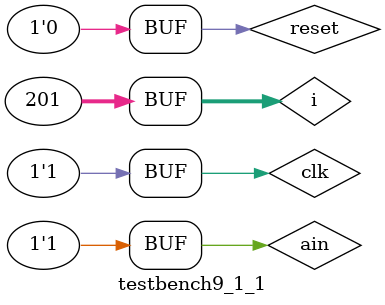
<source format=v>
module testbench9_1_1(

    );
    reg ain, clk, reset;
    wire yout;
    wire [3:0] count;
    integer i;
    wire [3:0] state;
    
    FSM9_1_1 DUT (.ain(ain), .yout(yout), .clk(clk), .count(count), .reset(reset), .state1(state));
    
    integer i;
    initial clk = 1;
    initial reset = 1;
    initial ain = 0;
    initial
    begin
    for(i = 0; i < 201; i = i + 1)
        begin
        if (i % 5 == 0)
            clk = ~clk;
        if (i == 20)
            reset = 0;
        if (i == 40 || i == 120 || i == 180)
            ain = 1;
        if (i == 60 || i == 160)
            ain = 0;
        #1 clk = clk;
         end
    end
endmodule

</source>
